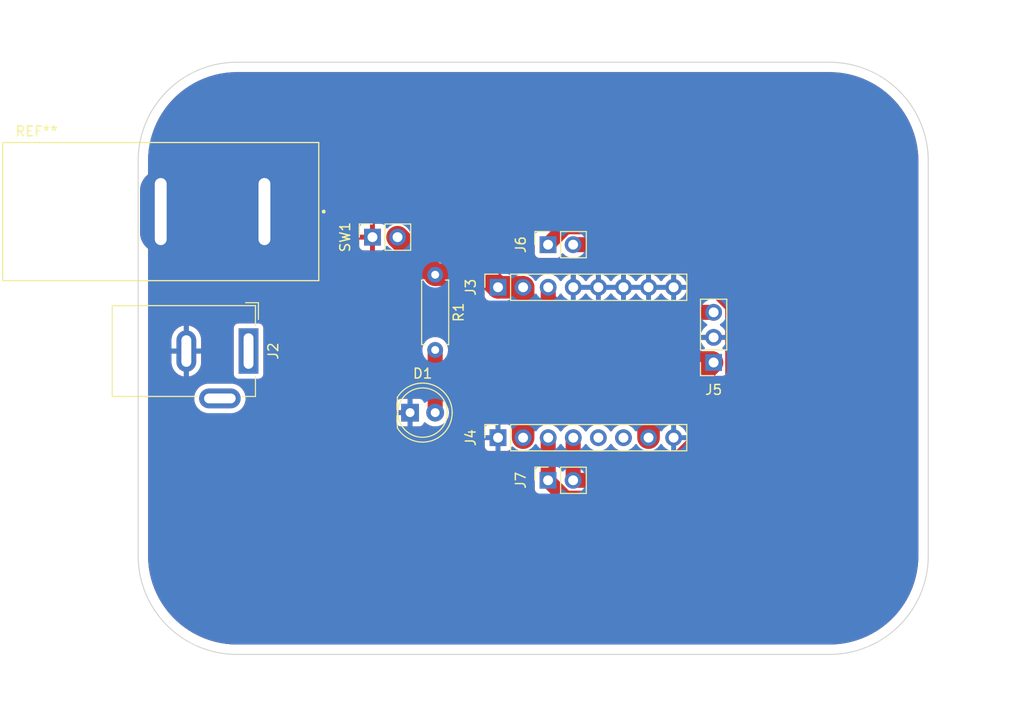
<source format=kicad_pcb>
(kicad_pcb (version 20221018) (generator pcbnew)
  (layers (0 "F.Cu" signal) (31 "B.Cu" signal) (34 "B.Paste" user) (35 "F.Paste" user) (36 "B.SilkS" user "B.Silkscreen") (37 "F.SilkS" user "F.Silkscreen") (38 "B.Mask" user) (39 "F.Mask" user) (44 "Edge.Cuts" user))
  (net 0 "")
  (net 1 "GND")
  (net 2 "AIN2")
  (net 3 "AO1")
  (net 4 "AO2")
  (net 7 "Net-(D1-A)")
  (net 8 "A0")
  (net 9 "/Vin")
  (footprint "Connector_PinSocket_2.54mm:PinSocket_1x08_P2.54mm_Vertical" (layer "F.Cu") (at 120.665 73.66 90)
    (fp_text reference "J3" (at 0 -2.77 90) (layer "F.SilkS"))
    (fp_text value "MOTOR DRIVER")
    (fp_line (start -1.33 1.27) (end -1.33 19.11) (stroke (width 0.12)) (layer "F.SilkS"))
    (fp_line (start -1.33 1.27) (end 1.33 1.27) (stroke (width 0.12)) (layer "F.SilkS"))
    (fp_line (start -1.33 19.11) (end 1.33 19.11) (stroke (width 0.12)) (layer "F.SilkS"))
    (fp_line (start 0 -1.33) (end 1.33 -1.33) (stroke (width 0.12)) (layer "F.SilkS"))
    (fp_line (start 1.33 -1.33) (end 1.33 0) (stroke (width 0.12)) (layer "F.SilkS"))
    (fp_line (start 1.33 1.27) (end 1.33 19.11) (stroke (width 0.12)) (layer "F.SilkS"))
    (pad "1" thru_hole rect (at 0 0 90) (size 1.7 1.7) (drill 1) (layers "*.Cu" "*.Mask") (net 2 "AIN2"))
    (pad "2" thru_hole oval (at 0 2.54 90) (size 1.7 1.7) (drill 1) (layers "*.Cu" "*.Mask") (net 2 "AIN2"))
    (pad "3" thru_hole oval (at 0 5.08 90) (size 1.7 1.7) (drill 1) (layers "*.Cu" "*.Mask") (net 8 "A0"))
    (pad "4" thru_hole oval (at 0 7.62 90) (size 1.7 1.7) (drill 1) (layers "*.Cu" "*.Mask") (net 1 "GND"))
    (pad "5" thru_hole oval (at 0 10.16 90) (size 1.7 1.7) (drill 1) (layers "*.Cu" "*.Mask") (net 1 "GND"))
    (pad "6" thru_hole oval (at 0 12.7 90) (size 1.7 1.7) (drill 1) (layers "*.Cu" "*.Mask") (net 1 "GND"))
    (pad "7" thru_hole oval (at 0 15.24 90) (size 1.7 1.7) (drill 1) (layers "*.Cu" "*.Mask") (net 1 "GND"))
    (pad "8" thru_hole oval (at 0 17.78 90) (size 1.7 1.7) (drill 1) (layers "*.Cu" "*.Mask") (net 1 "GND"))
  )
  (footprint "Connector_PinSocket_2.54mm:PinSocket_1x02_P2.54mm_Vertical" (layer "F.Cu") (at 107.95 68.58 90)
    (fp_text reference "SW1" (at 0 -2.77 90) (layer "F.SilkS"))
    (fp_text value "POWER SWITCH")
    (fp_line (start -1.33 1.27) (end -1.33 3.87) (stroke (width 0.12)) (layer "F.SilkS"))
    (fp_line (start -1.33 1.27) (end 1.33 1.27) (stroke (width 0.12)) (layer "F.SilkS"))
    (fp_line (start -1.33 3.87) (end 1.33 3.87) (stroke (width 0.12)) (layer "F.SilkS"))
    (fp_line (start 0 -1.33) (end 1.33 -1.33) (stroke (width 0.12)) (layer "F.SilkS"))
    (fp_line (start 1.33 -1.33) (end 1.33 0) (stroke (width 0.12)) (layer "F.SilkS"))
    (fp_line (start 1.33 1.27) (end 1.33 3.87) (stroke (width 0.12)) (layer "F.SilkS"))
    (pad "1" thru_hole rect (at 0 0 90) (size 1.7 1.7) (drill 1) (layers "*.Cu" "*.Mask") (net 9 "/Vin"))
    (pad "2" thru_hole oval (at 0 2.54 90) (size 1.7 1.7) (drill 1) (layers "*.Cu" "*.Mask") (net 2 "AIN2"))
  )
  (footprint "Connector_PinSocket_2.54mm:PinSocket_1x08_P2.54mm_Vertical" (layer "F.Cu") (at 120.665 88.9 90)
    (fp_text reference "J4" (at 0 -2.77 90) (layer "F.SilkS"))
    (fp_text value "MOTOR DRIVER")
    (fp_line (start -1.33 1.27) (end -1.33 19.11) (stroke (width 0.12)) (layer "F.SilkS"))
    (fp_line (start -1.33 1.27) (end 1.33 1.27) (stroke (width 0.12)) (layer "F.SilkS"))
    (fp_line (start -1.33 19.11) (end 1.33 19.11) (stroke (width 0.12)) (layer "F.SilkS"))
    (fp_line (start 0 -1.33) (end 1.33 -1.33) (stroke (width 0.12)) (layer "F.SilkS"))
    (fp_line (start 1.33 -1.33) (end 1.33 0) (stroke (width 0.12)) (layer "F.SilkS"))
    (fp_line (start 1.33 1.27) (end 1.33 19.11) (stroke (width 0.12)) (layer "F.SilkS"))
    (pad "1" thru_hole rect (at 0 0 90) (size 1.7 1.7) (drill 1) (layers "*.Cu" "*.Mask") (net 1 "GND"))
    (pad "2" thru_hole oval (at 0 2.54 90) (size 1.7 1.7) (drill 1) (layers "*.Cu" "*.Mask") (net 2 "AIN2"))
    (pad "3" thru_hole oval (at 0 5.08 90) (size 1.7 1.7) (drill 1) (layers "*.Cu" "*.Mask") (net 3 "AO1"))
    (pad "4" thru_hole oval (at 0 7.62 90) (size 1.7 1.7) (drill 1) (layers "*.Cu" "*.Mask") (net 4 "AO2"))
    (pad "5" thru_hole oval (at 0 10.16 90) (size 1.7 1.7) (drill 1) (layers "*.Cu" "*.Mask"))
    (pad "6" thru_hole oval (at 0 12.7 90) (size 1.7 1.7) (drill 1) (layers "*.Cu" "*.Mask"))
    (pad "7" thru_hole oval (at 0 15.24 90) (size 1.7 1.7) (drill 1) (layers "*.Cu" "*.Mask") (net 2 "AIN2"))
    (pad "8" thru_hole oval (at 0 17.78 90) (size 1.7 1.7) (drill 1) (layers "*.Cu" "*.Mask") (net 1 "GND"))
  )
  (footprint "Connector_PinSocket_2.54mm:PinSocket_1x03_P2.54mm_Vertical" (layer "F.Cu") (at 142.494 81.28 180)
    (fp_text reference "J5" (at 0 -2.77) (layer "F.SilkS"))
    (fp_text value "IR SENSOR")
    (fp_line (start -1.33 1.27) (end -1.33 6.41) (stroke (width 0.12)) (layer "F.SilkS"))
    (fp_line (start -1.33 1.27) (end 1.33 1.27) (stroke (width 0.12)) (layer "F.SilkS"))
    (fp_line (start -1.33 6.41) (end 1.33 6.41) (stroke (width 0.12)) (layer "F.SilkS"))
    (fp_line (start 0 -1.33) (end 1.33 -1.33) (stroke (width 0.12)) (layer "F.SilkS"))
    (fp_line (start 1.33 -1.33) (end 1.33 0) (stroke (width 0.12)) (layer "F.SilkS"))
    (fp_line (start 1.33 1.27) (end 1.33 6.41) (stroke (width 0.12)) (layer "F.SilkS"))
    (pad "1" thru_hole rect (at 0 0 180) (size 1.7 1.7) (drill 1) (layers "*.Cu" "*.Mask") (net 2 "AIN2"))
    (pad "2" thru_hole oval (at 0 2.54 180) (size 1.7 1.7) (drill 1) (layers "*.Cu" "*.Mask") (net 1 "GND"))
    (pad "3" thru_hole oval (at 0 5.08 180) (size 1.7 1.7) (drill 1) (layers "*.Cu" "*.Mask") (net 8 "A0"))
  )
  (footprint "Resistor_THT:R_Axial_DIN0207_L6.3mm_D2.5mm_P7.62mm_Horizontal" (layer "F.Cu") (at 114.3 72.39 -90)
    (fp_text reference "R1" (at 3.81 -2.37 90) (layer "F.SilkS"))
    (fp_text value "15K")
    (fp_line (start 0.54 -1.37) (end 7.08 -1.37) (stroke (width 0.12)) (layer "F.SilkS"))
    (fp_line (start 0.54 -1.04) (end 0.54 -1.37) (stroke (width 0.12)) (layer "F.SilkS"))
    (fp_line (start 0.54 1.04) (end 0.54 1.37) (stroke (width 0.12)) (layer "F.SilkS"))
    (fp_line (start 0.54 1.37) (end 7.08 1.37) (stroke (width 0.12)) (layer "F.SilkS"))
    (fp_line (start 7.08 -1.37) (end 7.08 -1.04) (stroke (width 0.12)) (layer "F.SilkS"))
    (fp_line (start 7.08 1.37) (end 7.08 1.04) (stroke (width 0.12)) (layer "F.SilkS"))
    (pad "1" thru_hole circle (at 0 0 270) (size 1.6 1.6) (drill 0.8) (layers "*.Cu" "*.Mask") (net 2 "AIN2"))
    (pad "2" thru_hole oval (at 7.62 0 270) (size 1.6 1.6) (drill 0.8) (layers "*.Cu" "*.Mask") (net 7 "Net-(D1-A)"))
  )
  (footprint "LED_THT:LED_D5.0mm" (layer "F.Cu") (at 111.76 86.36)
    (fp_text reference "D1" (at 1.27 -3.96) (layer "F.SilkS"))
    (fp_text value "LED")
    (fp_line (start -1.29 -1.545) (end -1.29 1.545) (stroke (width 0.12)) (layer "F.SilkS"))
    (fp_arc (start -1.29 -1.54483) (mid 2.072002 -2.880433) (end 4.26 0.000462) (stroke (width 0.12)) (layer "F.SilkS"))
    (fp_arc (start 4.26 -0.000462) (mid 2.072002 2.880433) (end -1.29 1.54483) (stroke (width 0.12)) (layer "F.SilkS"))
    (fp_circle (center 1.27 0) (end 3.77 0) (stroke (width 0.12)) (fill none) (layer "F.SilkS"))
    (pad "1" thru_hole rect (at 0 0) (size 1.8 1.8) (drill 0.9) (layers "*.Cu" "*.Mask") (net 1 "GND"))
    (pad "2" thru_hole circle (at 2.54 0) (size 1.8 1.8) (drill 0.9) (layers "*.Cu" "*.Mask") (net 7 "Net-(D1-A)"))
  )
  (footprint "Connector_PinSocket_2.54mm:PinSocket_1x02_P2.54mm_Vertical" (layer "F.Cu") (at 125.73 69.342 90)
    (fp_text reference "J6" (at 0 -2.77 90) (layer "F.SilkS"))
    (fp_text value "MOTOR 1")
    (fp_line (start -1.33 1.27) (end -1.33 3.87) (stroke (width 0.12)) (layer "F.SilkS"))
    (fp_line (start -1.33 1.27) (end 1.33 1.27) (stroke (width 0.12)) (layer "F.SilkS"))
    (fp_line (start -1.33 3.87) (end 1.33 3.87) (stroke (width 0.12)) (layer "F.SilkS"))
    (fp_line (start 0 -1.33) (end 1.33 -1.33) (stroke (width 0.12)) (layer "F.SilkS"))
    (fp_line (start 1.33 -1.33) (end 1.33 0) (stroke (width 0.12)) (layer "F.SilkS"))
    (fp_line (start 1.33 1.27) (end 1.33 3.87) (stroke (width 0.12)) (layer "F.SilkS"))
    (pad "1" thru_hole rect (at 0 0 90) (size 1.7 1.7) (drill 1) (layers "*.Cu" "*.Mask") (net 3 "AO1"))
    (pad "2" thru_hole oval (at 0 2.54 90) (size 1.7 1.7) (drill 1) (layers "*.Cu" "*.Mask") (net 4 "AO2"))
  )
  (footprint "RB141C1100:SW_RB141C1100" (layer "F.Cu") (at 86.5124 65.9892)
    (fp_text reference "REF**" (at -12.575 -8.135) (layer "F.SilkS"))
    (fp_text value "SW_RB141C1100")
    (fp_line (start -16 -7) (end -16 7) (stroke (width 0.127)) (layer "F.SilkS"))
    (fp_line (start -16 7) (end 16 7) (stroke (width 0.127)) (layer "F.SilkS"))
    (fp_line (start 16 -7) (end -16 -7) (stroke (width 0.127)) (layer "F.SilkS"))
    (fp_line (start 16 7) (end 16 -7) (stroke (width 0.127)) (layer "F.SilkS"))
    (fp_circle (center 16.5 0) (end 16.6 0) (stroke (width 0.2)) (fill none) (layer "F.SilkS"))
    (pad "1" thru_hole oval (at 10.5 0) (size 4.2 8.4) (drill oval 1.2 6.8) (layers "*.Cu" "*.Mask"))
    (pad "2" thru_hole oval (at 0 0) (size 4.2 8.4) (drill oval 1.2 6.8) (layers "*.Cu" "*.Mask"))
  )
  (footprint "Connector_BarrelJack:BarrelJack_GCT_DCJ200-10-A_Horizontal" (layer "F.Cu") (at 95.4024 80.122 -90)
    (fp_text reference "J2" (at 0 -2.5 90) (layer "F.SilkS"))
    (fp_text value "POWER PLUG")
    (fp_line (start -4.9 -1) (end -4.9 0.3) (stroke (width 0.12)) (layer "F.SilkS"))
    (fp_line (start -4.6 -0.7) (end -2.6 -0.7) (stroke (width 0.12)) (layer "F.SilkS"))
    (fp_line (start -4.6 13.8) (end -4.6 -0.7) (stroke (width 0.12)) (layer "F.SilkS"))
    (fp_line (start -3.2 -1) (end -4.9 -1) (stroke (width 0.12)) (layer "F.SilkS"))
    (fp_line (start 2.6 -0.7) (end 4.6 -0.7) (stroke (width 0.12)) (layer "F.SilkS"))
    (fp_line (start 4.6 -0.7) (end 4.6 0.6) (stroke (width 0.12)) (layer "F.SilkS"))
    (fp_line (start 4.6 5.2) (end 4.6 13.8) (stroke (width 0.12)) (layer "F.SilkS"))
    (fp_line (start 4.6 13.8) (end -4.6 13.8) (stroke (width 0.12)) (layer "F.SilkS"))
    (pad "1" thru_hole rect (at 0 0 270) (size 4.6 2) (drill oval 3.6 1) (layers "*.Cu" "*.Mask") (net 9 "/Vin"))
    (pad "2" thru_hole oval (at 0 6.3 270) (size 4.2 2) (drill oval 3.2 1) (layers "*.Cu" "*.Mask") (net 1 "GND"))
    (pad "3" thru_hole oval (at 4.8 2.9 270) (size 2 4.2) (drill oval 1 3.2) (layers "*.Cu" "*.Mask"))
  )
  (footprint "Connector_PinSocket_2.54mm:PinSocket_1x02_P2.54mm_Vertical" (layer "F.Cu") (at 125.73 93.218 90)
    (fp_text reference "J7" (at 0 -2.77 90) (layer "F.SilkS"))
    (fp_text value "MOTOR 2")
    (fp_line (start -1.33 1.27) (end -1.33 3.87) (stroke (width 0.12)) (layer "F.SilkS"))
    (fp_line (start -1.33 1.27) (end 1.33 1.27) (stroke (width 0.12)) (layer "F.SilkS"))
    (fp_line (start -1.33 3.87) (end 1.33 3.87) (stroke (width 0.12)) (layer "F.SilkS"))
    (fp_line (start 0 -1.33) (end 1.33 -1.33) (stroke (width 0.12)) (layer "F.SilkS"))
    (fp_line (start 1.33 -1.33) (end 1.33 0) (stroke (width 0.12)) (layer "F.SilkS"))
    (fp_line (start 1.33 1.27) (end 1.33 3.87) (stroke (width 0.12)) (layer "F.SilkS"))
    (pad "1" thru_hole rect (at 0 0 90) (size 1.7 1.7) (drill 1) (layers "*.Cu" "*.Mask") (net 3 "AO1"))
    (pad "2" thru_hole oval (at 0 2.54 90) (size 1.7 1.7) (drill 1) (layers "*.Cu" "*.Mask") (net 4 "AO2"))
  )
  (gr_arc (start 84.2264 60.8584) (mid 87.155332 53.787332) (end 94.2264 50.8584) (stroke (width 0.1)) (layer "Edge.Cuts"))
  (gr_arc (start 154.2264 50.8584) (mid 161.297468 53.787332) (end 164.2264 60.8584) (stroke (width 0.1)) (layer "Edge.Cuts"))
  (gr_line (start 94.2264 110.8584) (end 154.2264 110.8584) (stroke (width 0.1)) (layer "Edge.Cuts"))
  (gr_arc (start 94.2264 110.8584) (mid 87.155332 107.929468) (end 84.2264 100.8584) (stroke (width 0.1)) (layer "Edge.Cuts"))
  (gr_line (start 84.2264 60.8584) (end 84.2264 100.8584) (stroke (width 0.1)) (layer "Edge.Cuts"))
  (gr_line (start 164.2264 100.8584) (end 164.2264 60.8584) (stroke (width 0.1)) (layer "Edge.Cuts"))
  (gr_arc (start 164.2264 100.8584) (mid 161.297468 107.929468) (end 154.2264 110.8584) (stroke (width 0.1)) (layer "Edge.Cuts"))
  (gr_line (start 154.2264 50.8584) (end 94.2264 50.8584) (stroke (width 0.1)) (layer "Edge.Cuts"))
  (segment (start 123.205 73.66) (end 120.665 73.66) (width 2.286) (layer "F.Cu") (net 2))
  (segment (start 135.905 87.697919) (end 135.905 88.9) (width 2.286) (layer "F.Cu") (net 2))
  (segment (start 119.395 72.39) (end 120.665 73.66) (width 2.286) (layer "F.Cu") (net 2))
  (segment (start 114.3 72.39) (end 119.395 72.39) (width 2.286) (layer "F.Cu") (net 2))
  (segment (start 142.322919 81.28) (end 123.205 81.28) (width 2.286) (layer "F.Cu") (net 2))
  (segment (start 123.205 81.28) (end 123.205 88.9) (width 2.286) (layer "F.Cu") (net 2))
  (segment (start 142.322919 81.28) (end 135.905 87.697919) (width 2.286) (layer "F.Cu") (net 2))
  (segment (start 110.49 68.58) (end 114.3 72.39) (width 2.286) (layer "F.Cu") (net 2))
  (segment (start 123.205 73.66) (end 123.205 81.28) (width 2.286) (layer "F.Cu") (net 2))
  (segment (start 125.745 93.203) (end 125.73 93.218) (width 1.524) (layer "F.Cu") (net 3))
  (segment (start 125.745 88.9) (end 125.745 93.203) (width 1.524) (layer "F.Cu") (net 3))
  (segment (start 125.73 93.240555) (end 125.73 93.218) (width 1.524) (layer "F.Cu") (net 3))
  (segment (start 127.519445 67.53) (end 138.824659 67.53) (width 1.524) (layer "F.Cu") (net 3))
  (segment (start 146.15192 86.257784) (end 137.379704 95.03) (width 1.524) (layer "F.Cu") (net 3))
  (segment (start 127.519445 95.03) (end 125.73 93.240555) (width 1.524) (layer "F.Cu") (net 3))
  (segment (start 137.379704 95.03) (end 127.519445 95.03) (width 1.524) (layer "F.Cu") (net 3))
  (segment (start 138.824659 67.53) (end 146.15192 74.857261) (width 1.524) (layer "F.Cu") (net 3))
  (segment (start 125.73 69.342) (end 125.73 69.319445) (width 1.524) (layer "F.Cu") (net 3))
  (segment (start 125.73 69.319445) (end 127.519445 67.53) (width 1.524) (layer "F.Cu") (net 3))
  (segment (start 146.15192 74.857261) (end 146.15192 86.257784) (width 1.524) (layer "F.Cu") (net 3))
  (segment (start 138.198555 69.342) (end 144.42792 75.571365) (width 1.524) (layer "F.Cu") (net 4))
  (segment (start 144.42792 75.571365) (end 144.42792 85.54368) (width 1.524) (layer "F.Cu") (net 4))
  (segment (start 128.27 88.915) (end 128.285 88.9) (width 1.524) (layer "F.Cu") (net 4))
  (segment (start 144.42792 85.54368) (end 136.7536 93.218) (width 1.524) (layer "F.Cu") (net 4))
  (segment (start 128.27 93.218) (end 128.27 88.915) (width 1.524) (layer "F.Cu") (net 4))
  (segment (start 136.7536 93.218) (end 128.27 93.218) (width 1.524) (layer "F.Cu") (net 4))
  (segment (start 128.27 69.342) (end 138.198555 69.342) (width 1.524) (layer "F.Cu") (net 4))
  (segment (start 114.3 86.36) (end 114.3 80.01) (width 1.524) (layer "F.Cu") (net 7))
  (segment (start 125.745 74.862081) (end 127.082919 76.2) (width 1.524) (layer "F.Cu") (net 8))
  (segment (start 125.745 73.66) (end 125.745 74.862081) (width 1.524) (layer "F.Cu") (net 8))
  (segment (start 127.082919 76.2) (end 142.494 76.2) (width 1.524) (layer "F.Cu") (net 8))
  (zone (net 9) (net_name "/Vin") (layer "F.Cu") (priority 1) (connect_pads (clearance 0.5)) (min_thickness 0.25) (fill yes (thermal_gap 0.5) (thermal_bridge_width 0.5) (island_removal_mode 1) (island_area_min 10))
    (polygon (pts (xy 109.22 66.04) (xy 109.22 79.248) (xy 105.918 79.248) (xy 106.172 66.04)))
  )
  (zone (net 1) (net_name "GND") (layers "F&B.Cu") (connect_pads (clearance 0.5)) (min_thickness 0.25) (fill yes (thermal_gap 0.5) (thermal_bridge_width 0.5) (island_removal_mode 1) (island_area_min 10))
    (polygon (pts (xy 73.5584 44.5516) (xy 83.6676 115.6716) (xy 173.9392 115.57) (xy 166.878 46.5836)))
  )
)
</source>
